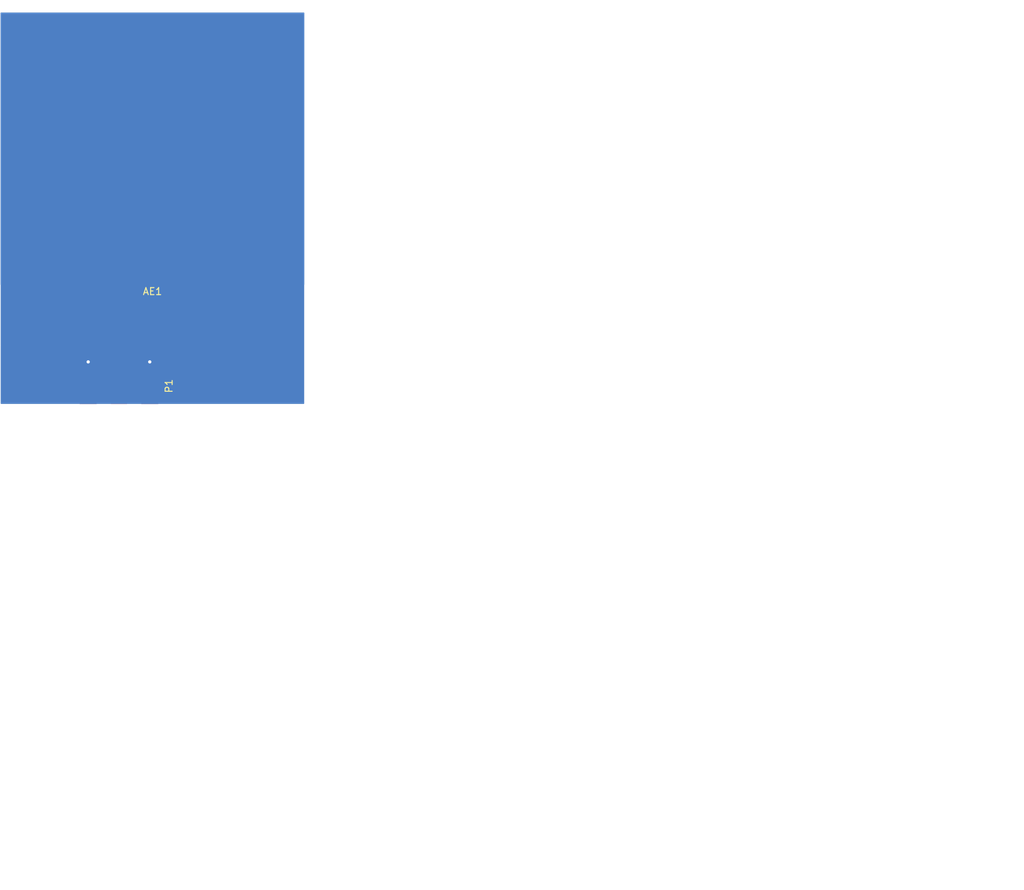
<source format=kicad_pcb>
(kicad_pcb (version 4) (host pcbnew 4.0.5)

  (general
    (links 8)
    (no_connects 0)
    (area 126.873 67.678 272.295714 194.39)
    (thickness 1.5748)
    (drawings 7)
    (tracks 4)
    (zones 0)
    (modules 2)
    (nets 3)
  )

  (page A4)
  (layers
    (0 F.Cu signal)
    (31 B.Cu signal)
    (32 B.Adhes user)
    (33 F.Adhes user)
    (34 B.Paste user)
    (35 F.Paste user)
    (36 B.SilkS user)
    (37 F.SilkS user)
    (38 B.Mask user)
    (39 F.Mask user)
    (40 Dwgs.User user)
    (41 Cmts.User user)
    (42 Eco1.User user hide)
    (43 Eco2.User user hide)
    (44 Edge.Cuts user)
    (45 Margin user)
    (46 B.CrtYd user)
    (47 F.CrtYd user)
    (48 B.Fab user)
    (49 F.Fab user)
  )

  (setup
    (last_trace_width 2.6416)
    (trace_clearance 0.127)
    (zone_clearance 0.127)
    (zone_45_only yes)
    (trace_min 0.127)
    (segment_width 0.2)
    (edge_width 0.15)
    (via_size 0.3048)
    (via_drill 0.254)
    (via_min_size 0.254)
    (via_min_drill 0.254)
    (uvia_size 0.2032)
    (uvia_drill 0.1524)
    (uvias_allowed no)
    (uvia_min_size 0.2032)
    (uvia_min_drill 0.1524)
    (pcb_text_width 0.3)
    (pcb_text_size 1.5 1.5)
    (mod_edge_width 0.15)
    (mod_text_size 1 1)
    (mod_text_width 0.15)
    (pad_size 43.18 38.735)
    (pad_drill 0)
    (pad_to_mask_clearance 0.2)
    (aux_axis_origin 127 125.22962)
    (visible_elements 7FFFFFFF)
    (pcbplotparams
      (layerselection 0x020f0_80000001)
      (usegerberextensions false)
      (excludeedgelayer true)
      (linewidth 0.025400)
      (plotframeref false)
      (viasonmask false)
      (mode 1)
      (useauxorigin true)
      (hpglpennumber 1)
      (hpglpenspeed 20)
      (hpglpendiameter 15)
      (hpglpenoverlay 2)
      (psnegative false)
      (psa4output false)
      (plotreference true)
      (plotvalue true)
      (plotinvisibletext false)
      (padsonsilk false)
      (subtractmaskfromsilk false)
      (outputformat 1)
      (mirror false)
      (drillshape 0)
      (scaleselection 1)
      (outputdirectory artwork/))
  )

  (net 0 "")
  (net 1 /SIG)
  (net 2 GND)

  (net_class Default "This is the default net class."
    (clearance 0.127)
    (trace_width 2.6416)
    (via_dia 0.3048)
    (via_drill 0.254)
    (uvia_dia 0.2032)
    (uvia_drill 0.1524)
    (add_net /SIG)
    (add_net GND)
  )

  (module Antennas:Patch_Antenna_2.4GHz (layer F.Cu) (tedit 58CB5E5A) (tstamp 58C9C338)
    (at 148.59 88.9)
    (descr "2.4GHz Patch Antenna")
    (tags "antenna patch 2.4")
    (path /58C9BCED)
    (fp_text reference AE1 (at 0 20.32) (layer F.SilkS)
      (effects (font (size 1 1) (thickness 0.15)))
    )
    (fp_text value Antenna (at 0 -20.32) (layer F.Fab)
      (effects (font (size 1 1) (thickness 0.15)))
    )
    (pad 2 smd rect (at 0 0) (size 43.18 38.735) (layers B.Cu)
      (net 2 GND))
    (pad 1 smd rect (at 0 0) (size 34.925 30.48) (layers F.Cu)
      (net 1 /SIG))
    (pad 1 smd rect (at -4.7625 17.30375) (size 2.6416 4.1275) (layers F.Cu)
      (net 1 /SIG))
  )

  (module Misc:Molex_SMA_Jack_Edge_Mount (layer F.Cu) (tedit 58CB59F0) (tstamp 58CB61E4)
    (at 143.8275 120.97004 90)
    (descr "Molex SMA Jack, Edge Mount")
    (tags "sma edge")
    (path /58A4C75B)
    (attr smd)
    (fp_text reference P1 (at -1.72 7.11 90) (layer F.SilkS)
      (effects (font (size 1 1) (thickness 0.15)))
    )
    (fp_text value SMA (at -1.72 -7.11 90) (layer F.Fab)
      (effects (font (size 1 1) (thickness 0.15)))
    )
    (fp_line (start -4.76 -0.38) (end 0.49 -0.38) (layer F.Fab) (width 0.1))
    (fp_line (start -4.76 0.38) (end 0.49 0.38) (layer F.Fab) (width 0.1))
    (fp_line (start 0.49 -0.38) (end 0.49 0.38) (layer F.Fab) (width 0.1))
    (fp_line (start 0.49 3.75) (end 0.49 4.76) (layer F.Fab) (width 0.1))
    (fp_line (start 0.49 -4.76) (end 0.49 -3.75) (layer F.Fab) (width 0.1))
    (fp_line (start -14.29 -6.09) (end -14.29 6.09) (layer F.CrtYd) (width 0.05))
    (fp_line (start -14.29 6.09) (end 2.71 6.09) (layer F.CrtYd) (width 0.05))
    (fp_line (start 2.71 -6.09) (end 2.71 6.09) (layer B.CrtYd) (width 0.05))
    (fp_line (start -14.29 -6.09) (end 2.71 -6.09) (layer B.CrtYd) (width 0.05))
    (fp_line (start -14.29 -6.09) (end -14.29 6.09) (layer B.CrtYd) (width 0.05))
    (fp_line (start -14.29 6.09) (end 2.71 6.09) (layer B.CrtYd) (width 0.05))
    (fp_line (start 2.71 -6.09) (end 2.71 6.09) (layer F.CrtYd) (width 0.05))
    (fp_line (start 2.71 -6.09) (end -14.29 -6.09) (layer F.CrtYd) (width 0.05))
    (fp_line (start -4.76 -3.75) (end 0.49 -3.75) (layer F.Fab) (width 0.1))
    (fp_line (start -4.76 3.75) (end 0.49 3.75) (layer F.Fab) (width 0.1))
    (fp_line (start -13.79 -2.65) (end -5.91 -2.65) (layer F.Fab) (width 0.1))
    (fp_line (start -13.79 -2.65) (end -13.79 2.65) (layer F.Fab) (width 0.1))
    (fp_line (start -13.79 2.65) (end -5.91 2.65) (layer F.Fab) (width 0.1))
    (fp_line (start -4.76 -3.75) (end -4.76 3.75) (layer F.Fab) (width 0.1))
    (fp_line (start 0.49 -4.76) (end -5.91 -4.76) (layer F.Fab) (width 0.1))
    (fp_line (start -5.91 -4.76) (end -5.91 4.76) (layer F.Fab) (width 0.1))
    (fp_line (start -5.91 4.76) (end 0.49 4.76) (layer F.Fab) (width 0.1))
    (pad 1 smd rect (at -1.72 0 90) (size 5.08 2.29) (layers F.Cu F.Paste F.Mask)
      (net 1 /SIG))
    (pad 2 smd rect (at -1.02 -4.38 90) (size 6.48 2.42) (layers F.Cu F.Paste F.Mask)
      (net 2 GND))
    (pad 2 smd rect (at -1.02 4.38 90) (size 6.48 2.42) (layers F.Cu F.Paste F.Mask)
      (net 2 GND))
    (pad 2 smd rect (at -1.02 -4.38 90) (size 6.48 2.42) (layers B.Cu B.Paste B.Mask)
      (net 2 GND))
    (pad 2 smd rect (at -1.02 4.38 90) (size 6.48 2.42) (layers B.Cu B.Paste B.Mask)
      (net 2 GND))
    (pad 2 thru_hole circle (at 1.72 -4.38 90) (size 0.97 0.97) (drill 0.46) (layers *.Cu)
      (net 2 GND) (zone_connect 2))
    (pad 2 thru_hole circle (at 1.72 4.38 90) (size 0.97 0.97) (drill 0.46) (layers *.Cu)
      (net 2 GND) (zone_connect 2))
  )

  (gr_line (start 170.18 69.5325) (end 127 69.5325) (angle 90) (layer Margin) (width 0.2))
  (gr_line (start 170.18 125.22962) (end 170.18 69.5325) (angle 90) (layer Margin) (width 0.2))
  (gr_line (start 127 125.22962) (end 170.18 125.22962) (angle 90) (layer Margin) (width 0.2))
  (gr_line (start 127 69.5325) (end 127 125.22962) (angle 90) (layer Margin) (width 0.2))
  (gr_text "March 15, 2017" (at 217.17 193.04) (layer Cmts.User)
    (effects (font (size 1.5 1.5) (thickness 0.3)))
  )
  (gr_text 0.2 (at 270.51 193.04) (layer Cmts.User)
    (effects (font (size 1.5 1.5) (thickness 0.3)))
  )
  (gr_text "Patch Test Board" (at 196.215 189.23) (layer Cmts.User)
    (effects (font (size 1.5 1.5) (thickness 0.3)))
  )

  (segment (start 143.8275 122.69004) (end 143.8275 114.242) (width 2.6416) (layer F.Cu) (net 1) (status 400000))
  (segment (start 143.8275 114.242) (end 143.8275 106.20375) (width 2.6416) (layer F.Cu) (net 1) (status 30))
  (segment (start 143.8275 106.20375) (end 143.8275 93.6625) (width 2.6416) (layer F.Cu) (net 1) (status 30))
  (segment (start 143.8275 93.6625) (end 148.59 88.9) (width 2.6416) (layer F.Cu) (net 1) (tstamp 58C9C643) (status 30))

  (zone (net 2) (net_name GND) (layer B.Cu) (tstamp 58C9C657) (hatch edge 0.508)
    (connect_pads thru_hole_only (clearance 0.127))
    (min_thickness 0.127)
    (fill yes (arc_segments 32) (thermal_gap 0.508) (thermal_bridge_width 0.508))
    (polygon
      (pts
        (xy 170.18 125.22962) (xy 127 125.22962) (xy 127 116.9035) (xy 127 69.5325) (xy 170.18 69.5325)
      )
    )
    (polygon
      (pts        (xy 127 116.9035) (xy 127.00508 116.9162) (xy 127.00508 116.9035)
      )
    )
    (filled_polygon
      (pts
        (xy 170.1165 125.16612) (xy 127.0635 125.16612) (xy 127.0635 116.939455) (xy 127.067048 116.930065) (xy 127.06858 116.9162)
        (xy 127.06858 116.9035) (xy 127.066066 116.885809) (xy 127.0635 116.880116) (xy 127.0635 69.596) (xy 170.1165 69.596)
      )
    )
  )
)

</source>
